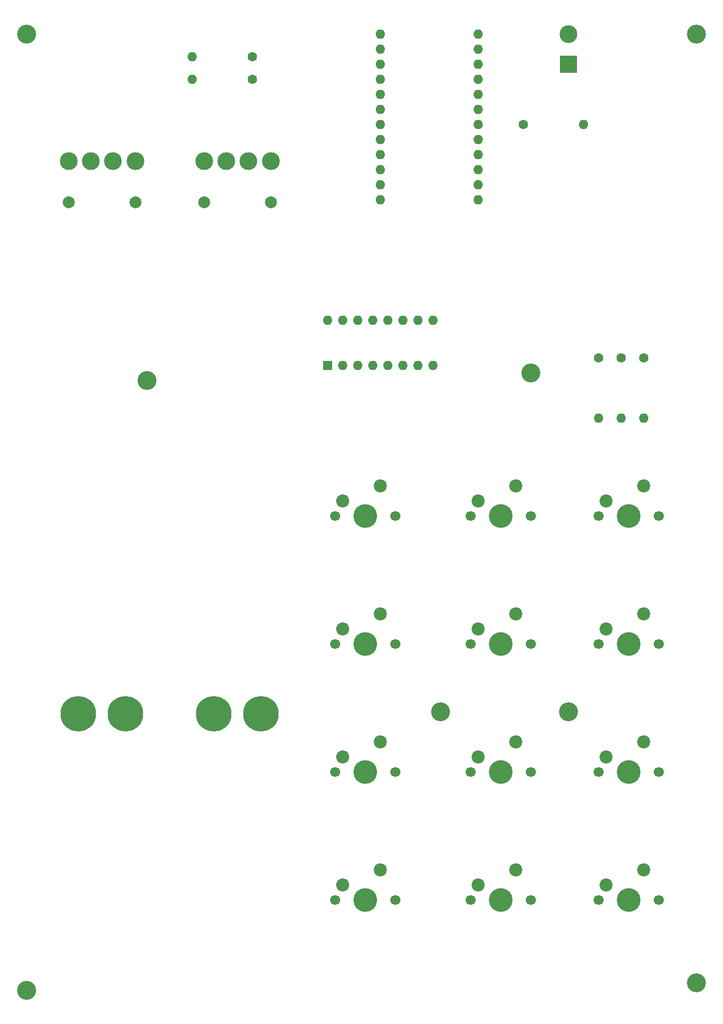
<source format=gbr>
%TF.GenerationSoftware,KiCad,Pcbnew,(5.1.8)-1*%
%TF.CreationDate,2020-12-16T01:27:46+01:00*%
%TF.ProjectId,pcb,7063622e-6b69-4636-9164-5f7063625858,rev?*%
%TF.SameCoordinates,Original*%
%TF.FileFunction,Soldermask,Bot*%
%TF.FilePolarity,Negative*%
%FSLAX46Y46*%
G04 Gerber Fmt 4.6, Leading zero omitted, Abs format (unit mm)*
G04 Created by KiCad (PCBNEW (5.1.8)-1) date 2020-12-16 01:27:46*
%MOMM*%
%LPD*%
G01*
G04 APERTURE LIST*
%ADD10C,3.200000*%
%ADD11C,2.000000*%
%ADD12C,6.000000*%
%ADD13C,3.000000*%
%ADD14C,1.700000*%
%ADD15C,4.000000*%
%ADD16C,2.200000*%
%ADD17O,1.600000X1.600000*%
%ADD18R,3.000000X3.000000*%
%ADD19C,1.600000*%
%ADD20R,1.600000X1.600000*%
G04 APERTURE END LIST*
D10*
%TO.C,REF\u002A\u002A*%
X92710000Y-130810000D03*
%TD*%
%TO.C,REF\u002A\u002A*%
X114300000Y-130810000D03*
%TD*%
%TO.C,REF\u002A\u002A*%
X22860000Y-16510000D03*
%TD*%
%TO.C,REF\u002A\u002A*%
X135890000Y-16510000D03*
%TD*%
%TO.C,REF\u002A\u002A*%
X135890000Y-176530000D03*
%TD*%
%TO.C,REF\u002A\u002A*%
X22860000Y-177800000D03*
%TD*%
%TO.C,REF\u002A\u002A*%
X43180000Y-74930000D03*
%TD*%
%TO.C,REF\u002A\u002A*%
X107950000Y-73660000D03*
%TD*%
D11*
%TO.C,MF2*%
X64045000Y-44950000D03*
X52795000Y-44950000D03*
D12*
X54420000Y-131150000D03*
X62420000Y-131150000D03*
D13*
X52795000Y-37950000D03*
X64045000Y-37950000D03*
X60295000Y-37950000D03*
X56545000Y-37950000D03*
%TD*%
D14*
%TO.C,MX1*%
X85090000Y-97790000D03*
X74930000Y-97790000D03*
D15*
X80010000Y-97790000D03*
D16*
X76200000Y-95250000D03*
X82550000Y-92710000D03*
%TD*%
D17*
%TO.C,PM1*%
X82550000Y-16510000D03*
X82550000Y-19050000D03*
X82550000Y-21590000D03*
X82550000Y-24130000D03*
X82550000Y-26670000D03*
X82550000Y-29210000D03*
X82550000Y-31750000D03*
X82550000Y-34290000D03*
X82550000Y-36830000D03*
X82550000Y-39370000D03*
X82550000Y-41910000D03*
X82550000Y-44450000D03*
X99060000Y-16510000D03*
X99060000Y-19050000D03*
X99060000Y-21590000D03*
X99060000Y-24130000D03*
X99060000Y-26670000D03*
X99060000Y-29210000D03*
X99060000Y-31750000D03*
X99060000Y-34290000D03*
X99060000Y-36830000D03*
X99060000Y-39370000D03*
X99060000Y-41910000D03*
X99060000Y-44450000D03*
%TD*%
D18*
%TO.C,J1*%
X114300000Y-21590000D03*
D13*
X114300000Y-16510000D03*
%TD*%
%TO.C,MF1*%
X33685000Y-37950000D03*
X37435000Y-37950000D03*
X41185000Y-37950000D03*
X29935000Y-37950000D03*
D12*
X39560000Y-131150000D03*
X31560000Y-131150000D03*
D11*
X29935000Y-44950000D03*
X41185000Y-44950000D03*
%TD*%
D16*
%TO.C,MX2*%
X105410000Y-92710000D03*
X99060000Y-95250000D03*
D15*
X102870000Y-97790000D03*
D14*
X97790000Y-97790000D03*
X107950000Y-97790000D03*
%TD*%
D16*
%TO.C,MX3*%
X82550000Y-114300000D03*
X76200000Y-116840000D03*
D15*
X80010000Y-119380000D03*
D14*
X74930000Y-119380000D03*
X85090000Y-119380000D03*
%TD*%
%TO.C,MX4*%
X107950000Y-119380000D03*
X97790000Y-119380000D03*
D15*
X102870000Y-119380000D03*
D16*
X99060000Y-116840000D03*
X105410000Y-114300000D03*
%TD*%
D14*
%TO.C,MX5*%
X85090000Y-140970000D03*
X74930000Y-140970000D03*
D15*
X80010000Y-140970000D03*
D16*
X76200000Y-138430000D03*
X82550000Y-135890000D03*
%TD*%
%TO.C,MX6*%
X105410000Y-135890000D03*
X99060000Y-138430000D03*
D15*
X102870000Y-140970000D03*
D14*
X97790000Y-140970000D03*
X107950000Y-140970000D03*
%TD*%
%TO.C,MX7*%
X85090000Y-162560000D03*
X74930000Y-162560000D03*
D15*
X80010000Y-162560000D03*
D16*
X76200000Y-160020000D03*
X82550000Y-157480000D03*
%TD*%
%TO.C,MX8*%
X105410000Y-157480000D03*
X99060000Y-160020000D03*
D15*
X102870000Y-162560000D03*
D14*
X97790000Y-162560000D03*
X107950000Y-162560000D03*
%TD*%
%TO.C,MX9*%
X129540000Y-97790000D03*
X119380000Y-97790000D03*
D15*
X124460000Y-97790000D03*
D16*
X120650000Y-95250000D03*
X127000000Y-92710000D03*
%TD*%
%TO.C,MX10*%
X127000000Y-114300000D03*
X120650000Y-116840000D03*
D15*
X124460000Y-119380000D03*
D14*
X119380000Y-119380000D03*
X129540000Y-119380000D03*
%TD*%
%TO.C,MX11*%
X129540000Y-140970000D03*
X119380000Y-140970000D03*
D15*
X124460000Y-140970000D03*
D16*
X120650000Y-138430000D03*
X127000000Y-135890000D03*
%TD*%
%TO.C,MX12*%
X127000000Y-157480000D03*
X120650000Y-160020000D03*
D15*
X124460000Y-162560000D03*
D14*
X119380000Y-162560000D03*
X129540000Y-162560000D03*
%TD*%
D19*
%TO.C,R1*%
X60960000Y-20320000D03*
D17*
X50800000Y-20320000D03*
%TD*%
%TO.C,R2*%
X50800000Y-24130000D03*
D19*
X60960000Y-24130000D03*
%TD*%
D17*
%TO.C,R3*%
X116840000Y-31750000D03*
D19*
X106680000Y-31750000D03*
%TD*%
%TO.C,R4*%
X123190000Y-71120000D03*
D17*
X123190000Y-81280000D03*
%TD*%
%TO.C,R5*%
X119380000Y-81280000D03*
D19*
X119380000Y-71120000D03*
%TD*%
%TO.C,R6*%
X127000000Y-71120000D03*
D17*
X127000000Y-81280000D03*
%TD*%
D20*
%TO.C,U1*%
X73660000Y-72390000D03*
D17*
X91440000Y-64770000D03*
X76200000Y-72390000D03*
X88900000Y-64770000D03*
X78740000Y-72390000D03*
X86360000Y-64770000D03*
X81280000Y-72390000D03*
X83820000Y-64770000D03*
X83820000Y-72390000D03*
X81280000Y-64770000D03*
X86360000Y-72390000D03*
X78740000Y-64770000D03*
X88900000Y-72390000D03*
X76200000Y-64770000D03*
X91440000Y-72390000D03*
X73660000Y-64770000D03*
%TD*%
M02*

</source>
